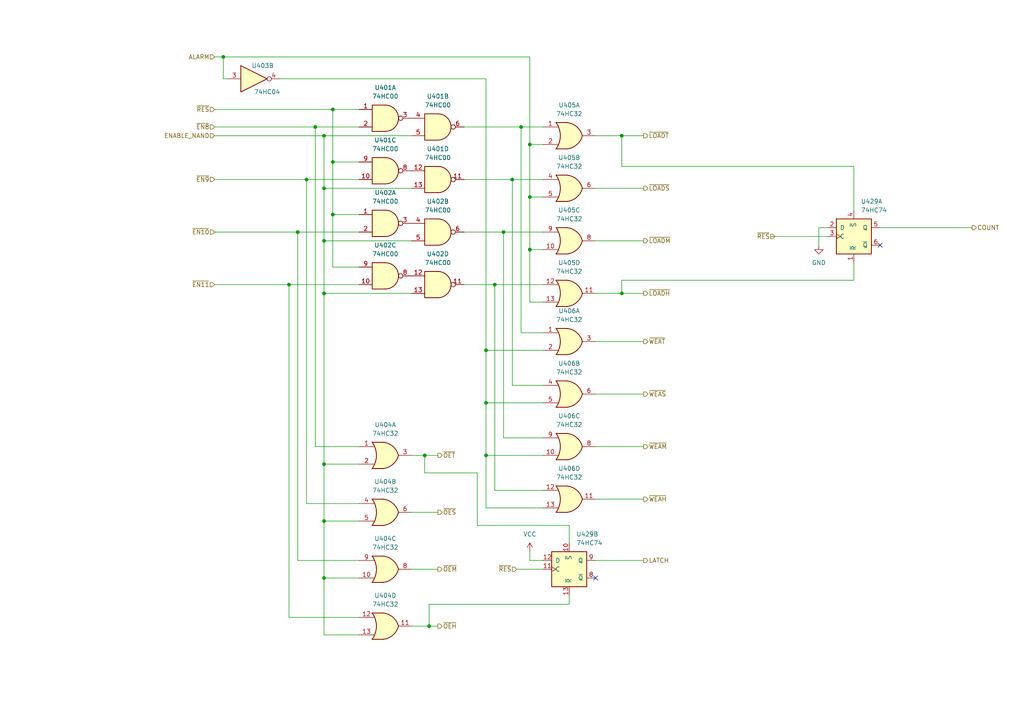
<source format=kicad_sch>
(kicad_sch (version 20211123) (generator eeschema)
  (paper "A4")
  (lib_symbols
    (symbol "74xx:74HC00" (pin_names (offset 1.016))
      (property "Reference" "U" (at 0 1.27 0))
      (property "Value" "74HC00" (at 0 -1.27 0))
      (symbol "74HC00_1_1"
        (arc (start 0 -3.81) (mid 3.81 0) (end 0 3.81) (stroke (width 0.254)) (fill (type background)))
        (polyline (pts (xy 0 3.81) (xy -3.81 3.81) (xy -3.81 -3.81) (xy 0 -3.81)) (stroke (width 0.254)) (fill (type background)))
        (pin input line (at -7.62 2.54 0) (length 3.81) (name "~") (number "1"))
        (pin input line (at -7.62 -2.54 0) (length 3.81) (name "~") (number "2"))
        (pin output inverted (at 7.62 0 180) (length 3.81) (name "~") (number "3"))
      )
      (symbol "74HC00_1_2"
        (arc (start -3.81 -3.81) (mid -2.589 0) (end -3.81 3.81) (stroke (width 0.254)))
        (arc (start -0.6096 -3.81) (mid 2.1842 -2.5851) (end 3.81 0) (stroke (width 0.254)) (fill (type background)))
        (polyline (pts (xy -3.81 -3.81) (xy -0.635 -3.81)) (stroke (width 0.254)) (fill (type background)))
        (polyline (pts (xy -3.81 3.81) (xy -0.635 3.81)) (stroke (width 0.254)) (fill (type background)))
        (polyline (pts (xy -0.635 3.81) (xy -3.81 3.81) (xy -3.81 3.81) (xy -3.556 3.4036) (xy -3.0226 2.2606) (xy -2.6924 1.0414) (xy -2.6162 -0.254) (xy -2.7686 -1.4986) (xy -3.175 -2.7178) (xy -3.81 -3.81) (xy -3.81 -3.81) (xy -0.635 -3.81)) (stroke (width -25.4)) (fill (type background)))
        (arc (start 3.81 0) (mid 2.1915 2.5936) (end -0.6096 3.81) (stroke (width 0.254)) (fill (type background)))
        (pin input inverted (at -7.62 2.54 0) (length 4.318) (name "~") (number "1"))
        (pin input inverted (at -7.62 -2.54 0) (length 4.318) (name "~") (number "2"))
        (pin output line (at 7.62 0 180) (length 3.81) (name "~") (number "3"))
      )
      (symbol "74HC00_2_1"
        (arc (start 0 -3.81) (mid 3.81 0) (end 0 3.81) (stroke (width 0.254)) (fill (type background)))
        (polyline (pts (xy 0 3.81) (xy -3.81 3.81) (xy -3.81 -3.81) (xy 0 -3.81)) (stroke (width 0.254)) (fill (type background)))
        (pin input line (at -7.62 2.54 0) (length 3.81) (name "~") (number "4"))
        (pin input line (at -7.62 -2.54 0) (length 3.81) (name "~") (number "5"))
        (pin output inverted (at 7.62 0 180) (length 3.81) (name "~") (number "6"))
      )
      (symbol "74HC00_2_2"
        (arc (start -3.81 -3.81) (mid -2.589 0) (end -3.81 3.81) (stroke (width 0.254)))
        (arc (start -0.6096 -3.81) (mid 2.1842 -2.5851) (end 3.81 0) (stroke (width 0.254)) (fill (type background)))
        (polyline (pts (xy -3.81 -3.81) (xy -0.635 -3.81)) (stroke (width 0.254)) (fill (type background)))
        (polyline (pts (xy -3.81 3.81) (xy -0.635 3.81)) (stroke (width 0.254)) (fill (type background)))
        (polyline (pts (xy -0.635 3.81) (xy -3.81 3.81) (xy -3.81 3.81) (xy -3.556 3.4036) (xy -3.0226 2.2606) (xy -2.6924 1.0414) (xy -2.6162 -0.254) (xy -2.7686 -1.4986) (xy -3.175 -2.7178) (xy -3.81 -3.81) (xy -3.81 -3.81) (xy -0.635 -3.81)) (stroke (width -25.4)) (fill (type background)))
        (arc (start 3.81 0) (mid 2.1915 2.5936) (end -0.6096 3.81) (stroke (width 0.254)) (fill (type background)))
        (pin input inverted (at -7.62 2.54 0) (length 4.318) (name "~") (number "4"))
        (pin input inverted (at -7.62 -2.54 0) (length 4.318) (name "~") (number "5"))
        (pin output line (at 7.62 0 180) (length 3.81) (name "~") (number "6"))
      )
      (symbol "74HC00_3_1"
        (arc (start 0 -3.81) (mid 3.81 0) (end 0 3.81) (stroke (width 0.254)) (fill (type background)))
        (polyline (pts (xy 0 3.81) (xy -3.81 3.81) (xy -3.81 -3.81) (xy 0 -3.81)) (stroke (width 0.254)) (fill (type background)))
        (pin input line (at -7.62 -2.54 0) (length 3.81) (name "~") (number "10"))
        (pin output inverted (at 7.62 0 180) (length 3.81) (name "~") (number "8"))
        (pin input line (at -7.62 2.54 0) (length 3.81) (name "~") (number "9"))
      )
      (symbol "74HC00_3_2"
        (arc (start -3.81 -3.81) (mid -2.589 0) (end -3.81 3.81) (stroke (width 0.254)))
        (arc (start -0.6096 -3.81) (mid 2.1842 -2.5851) (end 3.81 0) (stroke (width 0.254)) (fill (type background)))
        (polyline (pts (xy -3.81 -3.81) (xy -0.635 -3.81)) (stroke (width 0.254)) (fill (type background)))
        (polyline (pts (xy -3.81 3.81) (xy -0.635 3.81)) (stroke (width 0.254)) (fill (type background)))
        (polyline (pts (xy -0.635 3.81) (xy -3.81 3.81) (xy -3.81 3.81) (xy -3.556 3.4036) (xy -3.0226 2.2606) (xy -2.6924 1.0414) (xy -2.6162 -0.254) (xy -2.7686 -1.4986) (xy -3.175 -2.7178) (xy -3.81 -3.81) (xy -3.81 -3.81) (xy -0.635 -3.81)) (stroke (width -25.4)) (fill (type background)))
        (arc (start 3.81 0) (mid 2.1915 2.5936) (end -0.6096 3.81) (stroke (width 0.254)) (fill (type background)))
        (pin input inverted (at -7.62 -2.54 0) (length 4.318) (name "~") (number "10"))
        (pin output line (at 7.62 0 180) (length 3.81) (name "~") (number "8"))
        (pin input inverted (at -7.62 2.54 0) (length 4.318) (name "~") (number "9"))
      )
      (symbol "74HC00_4_1"
        (arc (start 0 -3.81) (mid 3.81 0) (end 0 3.81) (stroke (width 0.254)) (fill (type background)))
        (polyline (pts (xy 0 3.81) (xy -3.81 3.81) (xy -3.81 -3.81) (xy 0 -3.81)) (stroke (width 0.254)) (fill (type background)))
        (pin output inverted (at 7.62 0 180) (length 3.81) (name "~") (number "11"))
        (pin input line (at -7.62 2.54 0) (length 3.81) (name "~") (number "12"))
        (pin input line (at -7.62 -2.54 0) (length 3.81) (name "~") (number "13"))
      )
      (symbol "74HC00_4_2"
        (arc (start -3.81 -3.81) (mid -2.589 0) (end -3.81 3.81) (stroke (width 0.254)))
        (arc (start -0.6096 -3.81) (mid 2.1842 -2.5851) (end 3.81 0) (stroke (width 0.254)) (fill (type background)))
        (polyline (pts (xy -3.81 -3.81) (xy -0.635 -3.81)) (stroke (width 0.254)) (fill (type background)))
        (polyline (pts (xy -3.81 3.81) (xy -0.635 3.81)) (stroke (width 0.254)) (fill (type background)))
        (polyline (pts (xy -0.635 3.81) (xy -3.81 3.81) (xy -3.81 3.81) (xy -3.556 3.4036) (xy -3.0226 2.2606) (xy -2.6924 1.0414) (xy -2.6162 -0.254) (xy -2.7686 -1.4986) (xy -3.175 -2.7178) (xy -3.81 -3.81) (xy -3.81 -3.81) (xy -0.635 -3.81)) (stroke (width -25.4)) (fill (type background)))
        (arc (start 3.81 0) (mid 2.1915 2.5936) (end -0.6096 3.81) (stroke (width 0.254)) (fill (type background)))
        (pin output line (at 7.62 0 180) (length 3.81) (name "~") (number "11"))
        (pin input inverted (at -7.62 2.54 0) (length 4.318) (name "~") (number "12"))
        (pin input inverted (at -7.62 -2.54 0) (length 4.318) (name "~") (number "13"))
      )
      (symbol "74HC00_5_0"
        (pin power_in line (at 0 12.7 270) (length 5.08) (name "VCC") (number "14"))
        (pin power_in line (at 0 -12.7 90) (length 5.08) (name "GND") (number "7"))
      )
      (symbol "74HC00_5_1"
        (rectangle (start -5.08 7.62) (end 5.08 -7.62) (stroke (width 0.254)) (fill (type background)))
      )
    )
    (symbol "74xx:74HC04"
      (property "Reference" "U" (at 0 1.27 0))
      (property "Value" "74HC04" (at 0 -1.27 0))
      (symbol "74HC04_1_0"
        (polyline (pts (xy -3.81 3.81) (xy -3.81 -3.81) (xy 3.81 0) (xy -3.81 3.81)) (stroke (width 0.254)) (fill (type background)))
        (pin input line (at -7.62 0 0) (length 3.81) (name "~") (number "1"))
        (pin output inverted (at 7.62 0 180) (length 3.81) (name "~") (number "2"))
      )
      (symbol "74HC04_2_0"
        (polyline (pts (xy -3.81 3.81) (xy -3.81 -3.81) (xy 3.81 0) (xy -3.81 3.81)) (stroke (width 0.254)) (fill (type background)))
        (pin input line (at -7.62 0 0) (length 3.81) (name "~") (number "3"))
        (pin output inverted (at 7.62 0 180) (length 3.81) (name "~") (number "4"))
      )
      (symbol "74HC04_3_0"
        (polyline (pts (xy -3.81 3.81) (xy -3.81 -3.81) (xy 3.81 0) (xy -3.81 3.81)) (stroke (width 0.254)) (fill (type background)))
        (pin input line (at -7.62 0 0) (length 3.81) (name "~") (number "5"))
        (pin output inverted (at 7.62 0 180) (length 3.81) (name "~") (number "6"))
      )
      (symbol "74HC04_4_0"
        (polyline (pts (xy -3.81 3.81) (xy -3.81 -3.81) (xy 3.81 0) (xy -3.81 3.81)) (stroke (width 0.254)) (fill (type background)))
        (pin output inverted (at 7.62 0 180) (length 3.81) (name "~") (number "8"))
        (pin input line (at -7.62 0 0) (length 3.81) (name "~") (number "9"))
      )
      (symbol "74HC04_5_0"
        (polyline (pts (xy -3.81 3.81) (xy -3.81 -3.81) (xy 3.81 0) (xy -3.81 3.81)) (stroke (width 0.254)) (fill (type background)))
        (pin output inverted (at 7.62 0 180) (length 3.81) (name "~") (number "10"))
        (pin input line (at -7.62 0 0) (length 3.81) (name "~") (number "11"))
      )
      (symbol "74HC04_6_0"
        (polyline (pts (xy -3.81 3.81) (xy -3.81 -3.81) (xy 3.81 0) (xy -3.81 3.81)) (stroke (width 0.254)) (fill (type background)))
        (pin output inverted (at 7.62 0 180) (length 3.81) (name "~") (number "12"))
        (pin input line (at -7.62 0 0) (length 3.81) (name "~") (number "13"))
      )
      (symbol "74HC04_7_0"
        (pin power_in line (at 0 12.7 270) (length 5.08) (name "VCC") (number "14"))
        (pin power_in line (at 0 -12.7 90) (length 5.08) (name "GND") (number "7"))
      )
      (symbol "74HC04_7_1"
        (rectangle (start -5.08 7.62) (end 5.08 -7.62) (stroke (width 0.254)) (fill (type background)))
      )
    )
    (symbol "74xx:74HC74" (pin_names (offset 1.016))
      (property "Reference" "U" (at -7.62 8.89 0))
      (property "Value" "74HC74" (at -7.62 -8.89 0))
      (symbol "74HC74_1_0"
        (pin input line (at 0 -7.62 90) (length 2.54) (name "~{R}") (number "1"))
        (pin input line (at -7.62 2.54 0) (length 2.54) (name "D") (number "2"))
        (pin input clock (at -7.62 0 0) (length 2.54) (name "C") (number "3"))
        (pin input line (at 0 7.62 270) (length 2.54) (name "~{S}") (number "4"))
        (pin output line (at 7.62 2.54 180) (length 2.54) (name "Q") (number "5"))
        (pin output line (at 7.62 -2.54 180) (length 2.54) (name "~{Q}") (number "6"))
      )
      (symbol "74HC74_1_1"
        (rectangle (start -5.08 5.08) (end 5.08 -5.08) (stroke (width 0.254)) (fill (type background)))
      )
      (symbol "74HC74_2_0"
        (pin input line (at 0 7.62 270) (length 2.54) (name "~{S}") (number "10"))
        (pin input clock (at -7.62 0 0) (length 2.54) (name "C") (number "11"))
        (pin input line (at -7.62 2.54 0) (length 2.54) (name "D") (number "12"))
        (pin input line (at 0 -7.62 90) (length 2.54) (name "~{R}") (number "13"))
        (pin output line (at 7.62 -2.54 180) (length 2.54) (name "~{Q}") (number "8"))
        (pin output line (at 7.62 2.54 180) (length 2.54) (name "Q") (number "9"))
      )
      (symbol "74HC74_2_1"
        (rectangle (start -5.08 5.08) (end 5.08 -5.08) (stroke (width 0.254)) (fill (type background)))
      )
      (symbol "74HC74_3_0"
        (pin power_in line (at 0 10.16 270) (length 2.54) (name "VCC") (number "14"))
        (pin power_in line (at 0 -10.16 90) (length 2.54) (name "GND") (number "7"))
      )
      (symbol "74HC74_3_1"
        (rectangle (start -5.08 7.62) (end 5.08 -7.62) (stroke (width 0.254)) (fill (type background)))
      )
    )
    (symbol "74xx:74LS32" (pin_names (offset 1.016))
      (property "Reference" "U" (at 0 1.27 0))
      (property "Value" "74LS32" (at 0 -1.27 0))
      (symbol "74LS32_1_1"
        (arc (start -3.81 -3.81) (mid -2.589 0) (end -3.81 3.81) (stroke (width 0.254)))
        (arc (start -0.6096 -3.81) (mid 2.1842 -2.5851) (end 3.81 0) (stroke (width 0.254)) (fill (type background)))
        (polyline (pts (xy -3.81 -3.81) (xy -0.635 -3.81)) (stroke (width 0.254)) (fill (type background)))
        (polyline (pts (xy -3.81 3.81) (xy -0.635 3.81)) (stroke (width 0.254)) (fill (type background)))
        (polyline (pts (xy -0.635 3.81) (xy -3.81 3.81) (xy -3.81 3.81) (xy -3.556 3.4036) (xy -3.0226 2.2606) (xy -2.6924 1.0414) (xy -2.6162 -0.254) (xy -2.7686 -1.4986) (xy -3.175 -2.7178) (xy -3.81 -3.81) (xy -3.81 -3.81) (xy -0.635 -3.81)) (stroke (width -25.4)) (fill (type background)))
        (arc (start 3.81 0) (mid 2.1915 2.5936) (end -0.6096 3.81) (stroke (width 0.254)) (fill (type background)))
        (pin input line (at -7.62 2.54 0) (length 4.318) (name "~") (number "1"))
        (pin input line (at -7.62 -2.54 0) (length 4.318) (name "~") (number "2"))
        (pin output line (at 7.62 0 180) (length 3.81) (name "~") (number "3"))
      )
      (symbol "74LS32_1_2"
        (arc (start 0 -3.81) (mid 3.81 0) (end 0 3.81) (stroke (width 0.254)) (fill (type background)))
        (polyline (pts (xy 0 3.81) (xy -3.81 3.81) (xy -3.81 -3.81) (xy 0 -3.81)) (stroke (width 0.254)) (fill (type background)))
        (pin input inverted (at -7.62 2.54 0) (length 3.81) (name "~") (number "1"))
        (pin input inverted (at -7.62 -2.54 0) (length 3.81) (name "~") (number "2"))
        (pin output inverted (at 7.62 0 180) (length 3.81) (name "~") (number "3"))
      )
      (symbol "74LS32_2_1"
        (arc (start -3.81 -3.81) (mid -2.589 0) (end -3.81 3.81) (stroke (width 0.254)))
        (arc (start -0.6096 -3.81) (mid 2.1842 -2.5851) (end 3.81 0) (stroke (width 0.254)) (fill (type background)))
        (polyline (pts (xy -3.81 -3.81) (xy -0.635 -3.81)) (stroke (width 0.254)) (fill (type background)))
        (polyline (pts (xy -3.81 3.81) (xy -0.635 3.81)) (stroke (width 0.254)) (fill (type background)))
        (polyline (pts (xy -0.635 3.81) (xy -3.81 3.81) (xy -3.81 3.81) (xy -3.556 3.4036) (xy -3.0226 2.2606) (xy -2.6924 1.0414) (xy -2.6162 -0.254) (xy -2.7686 -1.4986) (xy -3.175 -2.7178) (xy -3.81 -3.81) (xy -3.81 -3.81) (xy -0.635 -3.81)) (stroke (width -25.4)) (fill (type background)))
        (arc (start 3.81 0) (mid 2.1915 2.5936) (end -0.6096 3.81) (stroke (width 0.254)) (fill (type background)))
        (pin input line (at -7.62 2.54 0) (length 4.318) (name "~") (number "4"))
        (pin input line (at -7.62 -2.54 0) (length 4.318) (name "~") (number "5"))
        (pin output line (at 7.62 0 180) (length 3.81) (name "~") (number "6"))
      )
      (symbol "74LS32_2_2"
        (arc (start 0 -3.81) (mid 3.81 0) (end 0 3.81) (stroke (width 0.254)) (fill (type background)))
        (polyline (pts (xy 0 3.81) (xy -3.81 3.81) (xy -3.81 -3.81) (xy 0 -3.81)) (stroke (width 0.254)) (fill (type background)))
        (pin input inverted (at -7.62 2.54 0) (length 3.81) (name "~") (number "4"))
        (pin input inverted (at -7.62 -2.54 0) (length 3.81) (name "~") (number "5"))
        (pin output inverted (at 7.62 0 180) (length 3.81) (name "~") (number "6"))
      )
      (symbol "74LS32_3_1"
        (arc (start -3.81 -3.81) (mid -2.589 0) (end -3.81 3.81) (stroke (width 0.254)))
        (arc (start -0.6096 -3.81) (mid 2.1842 -2.5851) (end 3.81 0) (stroke (width 0.254)) (fill (type background)))
        (polyline (pts (xy -3.81 -3.81) (xy -0.635 -3.81)) (stroke (width 0.254)) (fill (type background)))
        (polyline (pts (xy -3.81 3.81) (xy -0.635 3.81)) (stroke (width 0.254)) (fill (type background)))
        (polyline (pts (xy -0.635 3.81) (xy -3.81 3.81) (xy -3.81 3.81) (xy -3.556 3.4036) (xy -3.0226 2.2606) (xy -2.6924 1.0414) (xy -2.6162 -0.254) (xy -2.7686 -1.4986) (xy -3.175 -2.7178) (xy -3.81 -3.81) (xy -3.81 -3.81) (xy -0.635 -3.81)) (stroke (width -25.4)) (fill (type background)))
        (arc (start 3.81 0) (mid 2.1915 2.5936) (end -0.6096 3.81) (stroke (width 0.254)) (fill (type background)))
        (pin input line (at -7.62 -2.54 0) (length 4.318) (name "~") (number "10"))
        (pin output line (at 7.62 0 180) (length 3.81) (name "~") (number "8"))
        (pin input line (at -7.62 2.54 0) (length 4.318) (name "~") (number "9"))
      )
      (symbol "74LS32_3_2"
        (arc (start 0 -3.81) (mid 3.81 0) (end 0 3.81) (stroke (width 0.254)) (fill (type background)))
        (polyline (pts (xy 0 3.81) (xy -3.81 3.81) (xy -3.81 -3.81) (xy 0 -3.81)) (stroke (width 0.254)) (fill (type background)))
        (pin input inverted (at -7.62 -2.54 0) (length 3.81) (name "~") (number "10"))
        (pin output inverted (at 7.62 0 180) (length 3.81) (name "~") (number "8"))
        (pin input inverted (at -7.62 2.54 0) (length 3.81) (name "~") (number "9"))
      )
      (symbol "74LS32_4_1"
        (arc (start -3.81 -3.81) (mid -2.589 0) (end -3.81 3.81) (stroke (width 0.254)))
        (arc (start -0.6096 -3.81) (mid 2.1842 -2.5851) (end 3.81 0) (stroke (width 0.254)) (fill (type background)))
        (polyline (pts (xy -3.81 -3.81) (xy -0.635 -3.81)) (stroke (width 0.254)) (fill (type background)))
        (polyline (pts (xy -3.81 3.81) (xy -0.635 3.81)) (stroke (width 0.254)) (fill (type background)))
        (polyline (pts (xy -0.635 3.81) (xy -3.81 3.81) (xy -3.81 3.81) (xy -3.556 3.4036) (xy -3.0226 2.2606) (xy -2.6924 1.0414) (xy -2.6162 -0.254) (xy -2.7686 -1.4986) (xy -3.175 -2.7178) (xy -3.81 -3.81) (xy -3.81 -3.81) (xy -0.635 -3.81)) (stroke (width -25.4)) (fill (type background)))
        (arc (start 3.81 0) (mid 2.1915 2.5936) (end -0.6096 3.81) (stroke (width 0.254)) (fill (type background)))
        (pin output line (at 7.62 0 180) (length 3.81) (name "~") (number "11"))
        (pin input line (at -7.62 2.54 0) (length 4.318) (name "~") (number "12"))
        (pin input line (at -7.62 -2.54 0) (length 4.318) (name "~") (number "13"))
      )
      (symbol "74LS32_4_2"
        (arc (start 0 -3.81) (mid 3.81 0) (end 0 3.81) (stroke (width 0.254)) (fill (type background)))
        (polyline (pts (xy 0 3.81) (xy -3.81 3.81) (xy -3.81 -3.81) (xy 0 -3.81)) (stroke (width 0.254)) (fill (type background)))
        (pin output inverted (at 7.62 0 180) (length 3.81) (name "~") (number "11"))
        (pin input inverted (at -7.62 2.54 0) (length 3.81) (name "~") (number "12"))
        (pin input inverted (at -7.62 -2.54 0) (length 3.81) (name "~") (number "13"))
      )
      (symbol "74LS32_5_0"
        (pin power_in line (at 0 12.7 270) (length 5.08) (name "VCC") (number "14"))
        (pin power_in line (at 0 -12.7 90) (length 5.08) (name "GND") (number "7"))
      )
      (symbol "74LS32_5_1"
        (rectangle (start -5.08 7.62) (end 5.08 -7.62) (stroke (width 0.254)) (fill (type background)))
      )
    )
    (symbol "power:GND" (power) (pin_names (offset 0))
      (property "Value" "GND" (at 0 -3.81 0))
      (symbol "GND_0_1"
        (polyline (pts (xy 0 0) (xy 0 -1.27) (xy 1.27 -1.27) (xy 0 -2.54) (xy -1.27 -1.27) (xy 0 -1.27)))
      )
      (symbol "GND_1_1"
        (pin power_in line (at 0 0 270) (length 0) hide (name "GND") (number "1"))
      )
    )
    (symbol "power:VCC" (power) (pin_names (offset 0))
      (property "Value" "VCC" (at 0 3.81 0))
      (symbol "VCC_0_1"
        (polyline (pts (xy -0.762 1.27) (xy 0 2.54)))
        (polyline (pts (xy 0 0) (xy 0 2.54)))
        (polyline (pts (xy 0 2.54) (xy 0.762 1.27)))
      )
      (symbol "VCC_1_1"
        (pin power_in line (at 0 0 90) (length 0) hide (name "VCC") (number "1"))
      )
    )
  )
  (junction (at 96.52 31.75))
  (junction (at 93.98 151.13))
  (junction (at 153.67 72.39))
  (junction (at 93.98 54.61))
  (junction (at 83.82 82.55))
  (junction (at 140.97 132.08))
  (junction (at 153.67 57.15))
  (junction (at 123.19 132.08))
  (junction (at 93.98 85.09))
  (junction (at 124.46 181.61))
  (junction (at 180.34 39.37))
  (junction (at 64.77 16.51))
  (junction (at 93.98 167.64))
  (junction (at 148.59 52.07))
  (junction (at 143.51 82.55))
  (junction (at 91.44 36.83))
  (junction (at 140.97 116.84))
  (junction (at 93.98 69.85))
  (junction (at 180.34 85.09))
  (junction (at 93.98 39.37))
  (junction (at 146.05 67.31))
  (junction (at 153.67 41.91))
  (junction (at 86.36 67.31))
  (junction (at 140.97 101.6))
  (junction (at 151.13 36.83))
  (junction (at 88.9 52.07))
  (junction (at 93.98 134.62))
  (junction (at 96.52 62.23))
  (junction (at 96.52 46.99))
  (no_connect (at 255.27 71.12))
  (no_connect (at 172.72 167.64))
  (wire (pts (xy 96.52 77.47) (xy 104.14 77.47)))
  (wire (pts (xy 140.97 116.84) (xy 140.97 132.08)))
  (wire (pts (xy 157.48 96.52) (xy 151.13 96.52)))
  (wire (pts (xy 134.62 36.83) (xy 151.13 36.83)))
  (wire (pts (xy 91.44 129.54) (xy 91.44 36.83)))
  (wire (pts (xy 140.97 132.08) (xy 140.97 147.32)))
  (wire (pts (xy 93.98 167.64) (xy 104.14 167.64)))
  (wire (pts (xy 64.77 16.51) (xy 64.77 22.86)))
  (wire (pts (xy 223.52 68.58) (xy 240.03 68.58)))
  (wire (pts (xy 127 132.08) (xy 123.19 132.08)))
  (wire (pts (xy 96.52 62.23) (xy 96.52 77.47)))
  (wire (pts (xy 148.59 52.07) (xy 157.48 52.07)))
  (wire (pts (xy 180.34 81.28) (xy 247.65 81.28)))
  (wire (pts (xy 119.38 85.09) (xy 93.98 85.09)))
  (wire (pts (xy 138.43 137.16) (xy 138.43 152.4)))
  (wire (pts (xy 96.52 46.99) (xy 104.14 46.99)))
  (wire (pts (xy 124.46 175.26) (xy 165.1 175.26)))
  (wire (pts (xy 140.97 147.32) (xy 157.48 147.32)))
  (wire (pts (xy 104.14 179.07) (xy 83.82 179.07)))
  (wire (pts (xy 134.62 67.31) (xy 146.05 67.31)))
  (wire (pts (xy 119.38 54.61) (xy 93.98 54.61)))
  (wire (pts (xy 62.23 31.75) (xy 96.52 31.75)))
  (wire (pts (xy 134.62 82.55) (xy 143.51 82.55)))
  (wire (pts (xy 172.72 162.56) (xy 186.69 162.56)))
  (wire (pts (xy 186.69 85.09) (xy 180.34 85.09)))
  (wire (pts (xy 88.9 146.05) (xy 88.9 52.07)))
  (wire (pts (xy 186.69 129.54) (xy 172.72 129.54)))
  (wire (pts (xy 83.82 82.55) (xy 104.14 82.55)))
  (wire (pts (xy 62.23 52.07) (xy 88.9 52.07)))
  (wire (pts (xy 165.1 172.72) (xy 165.1 175.26)))
  (wire (pts (xy 93.98 184.15) (xy 104.14 184.15)))
  (wire (pts (xy 186.69 54.61) (xy 172.72 54.61)))
  (wire (pts (xy 123.19 137.16) (xy 138.43 137.16)))
  (wire (pts (xy 62.23 16.51) (xy 64.77 16.51)))
  (wire (pts (xy 93.98 167.64) (xy 93.98 184.15)))
  (wire (pts (xy 119.38 181.61) (xy 124.46 181.61)))
  (wire (pts (xy 88.9 52.07) (xy 104.14 52.07)))
  (wire (pts (xy 62.23 67.31) (xy 86.36 67.31)))
  (wire (pts (xy 247.65 48.26) (xy 247.65 60.96)))
  (wire (pts (xy 157.48 111.76) (xy 148.59 111.76)))
  (wire (pts (xy 157.48 142.24) (xy 143.51 142.24)))
  (wire (pts (xy 153.67 72.39) (xy 157.48 72.39)))
  (wire (pts (xy 127 165.1) (xy 119.38 165.1)))
  (wire (pts (xy 96.52 31.75) (xy 96.52 46.99)))
  (wire (pts (xy 153.67 41.91) (xy 153.67 57.15)))
  (wire (pts (xy 83.82 179.07) (xy 83.82 82.55)))
  (wire (pts (xy 148.59 111.76) (xy 148.59 52.07)))
  (wire (pts (xy 143.51 82.55) (xy 157.48 82.55)))
  (wire (pts (xy 86.36 67.31) (xy 104.14 67.31)))
  (wire (pts (xy 64.77 22.86) (xy 66.04 22.86)))
  (wire (pts (xy 140.97 101.6) (xy 157.48 101.6)))
  (wire (pts (xy 180.34 39.37) (xy 172.72 39.37)))
  (wire (pts (xy 93.98 39.37) (xy 119.38 39.37)))
  (wire (pts (xy 146.05 127) (xy 146.05 67.31)))
  (wire (pts (xy 91.44 36.83) (xy 104.14 36.83)))
  (wire (pts (xy 180.34 39.37) (xy 180.34 48.26)))
  (wire (pts (xy 153.67 41.91) (xy 157.48 41.91)))
  (wire (pts (xy 143.51 142.24) (xy 143.51 82.55)))
  (wire (pts (xy 96.52 31.75) (xy 104.14 31.75)))
  (wire (pts (xy 104.14 162.56) (xy 86.36 162.56)))
  (wire (pts (xy 247.65 81.28) (xy 247.65 76.2)))
  (wire (pts (xy 134.62 52.07) (xy 148.59 52.07)))
  (wire (pts (xy 186.69 99.06) (xy 172.72 99.06)))
  (wire (pts (xy 81.28 22.86) (xy 140.97 22.86)))
  (wire (pts (xy 186.69 114.3) (xy 172.72 114.3)))
  (wire (pts (xy 237.49 66.04) (xy 237.49 71.12)))
  (wire (pts (xy 62.23 36.83) (xy 91.44 36.83)))
  (wire (pts (xy 153.67 72.39) (xy 153.67 87.63)))
  (wire (pts (xy 124.46 181.61) (xy 127 181.61)))
  (wire (pts (xy 93.98 134.62) (xy 93.98 151.13)))
  (wire (pts (xy 151.13 36.83) (xy 157.48 36.83)))
  (wire (pts (xy 119.38 69.85) (xy 93.98 69.85)))
  (wire (pts (xy 186.69 39.37) (xy 180.34 39.37)))
  (wire (pts (xy 165.1 152.4) (xy 165.1 157.48)))
  (wire (pts (xy 93.98 151.13) (xy 104.14 151.13)))
  (wire (pts (xy 255.27 66.04) (xy 281.94 66.04)))
  (wire (pts (xy 153.67 160.02) (xy 153.67 162.56)))
  (wire (pts (xy 93.98 54.61) (xy 93.98 39.37)))
  (wire (pts (xy 153.67 162.56) (xy 157.48 162.56)))
  (wire (pts (xy 86.36 162.56) (xy 86.36 67.31)))
  (wire (pts (xy 93.98 151.13) (xy 93.98 167.64)))
  (wire (pts (xy 140.97 116.84) (xy 157.48 116.84)))
  (wire (pts (xy 124.46 175.26) (xy 124.46 181.61)))
  (wire (pts (xy 180.34 48.26) (xy 247.65 48.26)))
  (wire (pts (xy 186.69 144.78) (xy 172.72 144.78)))
  (wire (pts (xy 153.67 57.15) (xy 153.67 72.39)))
  (wire (pts (xy 138.43 152.4) (xy 165.1 152.4)))
  (wire (pts (xy 104.14 129.54) (xy 91.44 129.54)))
  (wire (pts (xy 104.14 146.05) (xy 88.9 146.05)))
  (wire (pts (xy 180.34 85.09) (xy 172.72 85.09)))
  (wire (pts (xy 62.23 39.37) (xy 93.98 39.37)))
  (wire (pts (xy 93.98 85.09) (xy 93.98 134.62)))
  (wire (pts (xy 93.98 134.62) (xy 104.14 134.62)))
  (wire (pts (xy 93.98 85.09) (xy 93.98 69.85)))
  (wire (pts (xy 149.86 165.1) (xy 157.48 165.1)))
  (wire (pts (xy 153.67 57.15) (xy 157.48 57.15)))
  (wire (pts (xy 157.48 127) (xy 146.05 127)))
  (wire (pts (xy 127 148.59) (xy 119.38 148.59)))
  (wire (pts (xy 96.52 62.23) (xy 104.14 62.23)))
  (wire (pts (xy 62.23 82.55) (xy 83.82 82.55)))
  (wire (pts (xy 140.97 132.08) (xy 157.48 132.08)))
  (wire (pts (xy 123.19 132.08) (xy 123.19 137.16)))
  (wire (pts (xy 93.98 54.61) (xy 93.98 69.85)))
  (wire (pts (xy 153.67 16.51) (xy 153.67 41.91)))
  (wire (pts (xy 96.52 46.99) (xy 96.52 62.23)))
  (wire (pts (xy 186.69 69.85) (xy 172.72 69.85)))
  (wire (pts (xy 146.05 67.31) (xy 157.48 67.31)))
  (wire (pts (xy 140.97 101.6) (xy 140.97 116.84)))
  (wire (pts (xy 140.97 22.86) (xy 140.97 101.6)))
  (wire (pts (xy 151.13 96.52) (xy 151.13 36.83)))
  (wire (pts (xy 123.19 132.08) (xy 119.38 132.08)))
  (wire (pts (xy 240.03 66.04) (xy 237.49 66.04)))
  (wire (pts (xy 180.34 85.09) (xy 180.34 81.28)))
  (wire (pts (xy 153.67 87.63) (xy 157.48 87.63)))
  (wire (pts (xy 64.77 16.51) (xy 153.67 16.51)))
  (hierarchical_label "~{WEAT}" (shape output) (at 186.69 99.06 0))
  (hierarchical_label "ALARM" (shape input) (at 62.23 16.51 180))
  (hierarchical_label "ENABLE_NAND" (shape input) (at 62.23 39.37 180))
  (hierarchical_label "~{RES}" (shape input) (at 62.23 31.75 180))
  (hierarchical_label "~{LOADS}" (shape output) (at 186.69 54.61 0))
  (hierarchical_label "~{WEAM}" (shape output) (at 186.69 129.54 0))
  (hierarchical_label "~{WEAS}" (shape output) (at 186.69 114.3 0))
  (hierarchical_label "~{OET}" (shape output) (at 127 132.08 0))
  (hierarchical_label "~{OES}" (shape output) (at 127 148.59 0))
  (hierarchical_label "~{LOADM}" (shape output) (at 186.69 69.85 0))
  (hierarchical_label "~{LOADT}" (shape output) (at 186.69 39.37 0))
  (hierarchical_label "~{OEM}" (shape output) (at 127 165.1 0))
  (hierarchical_label "LATCH" (shape output) (at 186.69 162.56 0))
  (hierarchical_label "~{EN11}" (shape input) (at 62.23 82.55 180))
  (hierarchical_label "~{RES}" (shape input) (at 224.79 68.58 180))
  (hierarchical_label "~{RES}" (shape input) (at 149.86 165.1 180))
  (hierarchical_label "~{WEAH}" (shape output) (at 186.69 144.78 0))
  (hierarchical_label "~{LOADH}" (shape output) (at 186.69 85.09 0))
  (hierarchical_label "~{EN10}" (shape input) (at 62.23 67.31 180))
  (hierarchical_label "~{EN9}" (shape input) (at 62.23 52.07 180))
  (hierarchical_label "~{EN8}" (shape input) (at 62.23 36.83 180))
  (hierarchical_label "COUNT" (shape output) (at 281.94 66.04 0))
  (hierarchical_label "~{OEH}" (shape output) (at 127 181.61 0))
  (symbol (lib_id "74xx:74HC00") (at 111.76 49.53 0) (unit 3)
    (property "Reference" "U401" (at 111.76 40.64 0))
    (property "Value" "74HC00" (at 111.76 43.18 0))
    (property "Footprint" "Package_SO:SOIC-14_3.9x8.7mm_P1.27mm" (effects hide))
    (property "Datasheet" "http://www.ti.com/lit/gpn/sn74hc00" (effects hide))
  )
  (symbol (lib_id "74xx:74HC00") (at 111.76 64.77 0) (unit 1)
    (property "Reference" "U402" (at 111.76 55.88 0))
    (property "Value" "74HC00" (at 111.76 58.42 0))
    (property "Footprint" "Package_SO:SOIC-14_3.9x8.7mm_P1.27mm" (effects hide))
    (property "Datasheet" "http://www.ti.com/lit/gpn/sn74hc00" (effects hide))
  )
  (symbol (lib_id "74xx:74HC00") (at 111.76 80.01 0) (unit 3)
    (property "Reference" "U402" (at 111.76 71.12 0))
    (property "Value" "74HC00" (at 111.76 73.66 0))
    (property "Footprint" "Package_SO:SOIC-14_3.9x8.7mm_P1.27mm" (effects hide))
    (property "Datasheet" "http://www.ti.com/lit/gpn/sn74hc00" (effects hide))
  )
  (symbol (lib_id "74xx:74LS32") (at 165.1 99.06 0) (unit 1)
    (property "Reference" "U406" (at 165.1 90.17 0))
    (property "Value" "74HC32" (at 165.1 92.71 0))
    (property "Footprint" "Package_SO:SOIC-14_3.9x8.7mm_P1.27mm" (effects hide))
    (property "Datasheet" "http://www.ti.com/lit/gpn/sn74LS32" (effects hide))
  )
  (symbol (lib_id "74xx:74HC00") (at 127 82.55 0) (unit 4)
    (property "Reference" "U402" (at 127 73.66 0))
    (property "Value" "74HC00" (at 127 76.2 0))
    (property "Footprint" "Package_SO:SOIC-14_3.9x8.7mm_P1.27mm" (effects hide))
    (property "Datasheet" "http://www.ti.com/lit/gpn/sn74hc00" (effects hide))
  )
  (symbol (lib_id "74xx:74LS32") (at 165.1 39.37 0) (unit 1)
    (property "Reference" "U405" (at 165.1 30.48 0))
    (property "Value" "74HC32" (at 165.1 33.02 0))
    (property "Footprint" "Package_SO:SOIC-14_3.9x8.7mm_P1.27mm" (effects hide))
    (property "Datasheet" "http://www.ti.com/lit/gpn/sn74LS32" (effects hide))
  )
  (symbol (lib_id "74xx:74HC04") (at 73.66 22.86 0) (unit 2)
    (property "Reference" "U403" (at 76.2 19.05 0))
    (property "Value" "74HC04" (at 77.47 26.67 0))
    (property "Footprint" "Package_SO:SOIC-14_3.9x8.7mm_P1.27mm" (effects hide))
    (property "Datasheet" "https://assets.nexperia.com/documents/data-sheet/74HC_HCT04.pdf" (effects hide))
  )
  (symbol (lib_id "74xx:74LS32") (at 165.1 69.85 0) (unit 3)
    (property "Reference" "U405" (at 165.1 60.96 0))
    (property "Value" "74HC32" (at 165.1 63.5 0))
    (property "Footprint" "Package_SO:SOIC-14_3.9x8.7mm_P1.27mm" (effects hide))
    (property "Datasheet" "http://www.ti.com/lit/gpn/sn74LS32" (effects hide))
  )
  (symbol (lib_id "74xx:74HC00") (at 111.76 34.29 0) (unit 1)
    (property "Reference" "U401" (at 111.76 25.4 0))
    (property "Value" "74HC00" (at 111.76 27.94 0))
    (property "Footprint" "Package_SO:SOIC-14_3.9x8.7mm_P1.27mm" (effects hide))
    (property "Datasheet" "http://www.ti.com/lit/gpn/sn74hc00" (effects hide))
  )
  (symbol (lib_id "power:VCC") (at 153.67 160.02 0) (unit 1)
    (property "Reference" "#PWR0454" (effects hide))
    (property "Value" "VCC" (at 153.67 154.94 0))
  )
  (symbol (lib_id "74xx:74HC00") (at 127 67.31 0) (unit 2)
    (property "Reference" "U402" (at 127 58.42 0))
    (property "Value" "74HC00" (at 127 60.96 0))
    (property "Footprint" "Package_SO:SOIC-14_3.9x8.7mm_P1.27mm" (effects hide))
    (property "Datasheet" "http://www.ti.com/lit/gpn/sn74hc00" (effects hide))
  )
  (symbol (lib_id "74xx:74LS32") (at 165.1 129.54 0) (unit 3)
    (property "Reference" "U406" (at 165.1 120.65 0))
    (property "Value" "74HC32" (at 165.1 123.19 0))
    (property "Footprint" "Package_SO:SOIC-14_3.9x8.7mm_P1.27mm" (effects hide))
    (property "Datasheet" "http://www.ti.com/lit/gpn/sn74LS32" (effects hide))
  )
  (symbol (lib_id "74xx:74LS32") (at 165.1 114.3 0) (unit 2)
    (property "Reference" "U406" (at 165.1 105.41 0))
    (property "Value" "74HC32" (at 165.1 107.95 0))
    (property "Footprint" "Package_SO:SOIC-14_3.9x8.7mm_P1.27mm" (effects hide))
    (property "Datasheet" "http://www.ti.com/lit/gpn/sn74LS32" (effects hide))
  )
  (symbol (lib_id "74xx:74LS32") (at 165.1 144.78 0) (unit 4)
    (property "Reference" "U406" (at 165.1 135.89 0))
    (property "Value" "74HC32" (at 165.1 138.43 0))
    (property "Footprint" "Package_SO:SOIC-14_3.9x8.7mm_P1.27mm" (effects hide))
    (property "Datasheet" "http://www.ti.com/lit/gpn/sn74LS32" (effects hide))
  )
  (symbol (lib_id "74xx:74HC74") (at 247.65 68.58 0) (unit 1)
    (property "Reference" "U429" (at 249.6694 58.42 0) (effects (justify left)))
    (property "Value" "74HC74" (at 249.6694 60.96 0) (effects (justify left)))
    (property "Footprint" "Package_SO:SOIC-14_3.9x8.7mm_P1.27mm" (effects hide))
    (property "Datasheet" "74xx/74hc_hct74.pdf" (effects hide))
  )
  (symbol (lib_id "74xx:74LS32") (at 111.76 132.08 0) (unit 1)
    (property "Reference" "U404" (at 111.76 123.19 0))
    (property "Value" "74HC32" (at 111.76 125.73 0))
    (property "Footprint" "Package_SO:SOIC-14_3.9x8.7mm_P1.27mm" (effects hide))
    (property "Datasheet" "http://www.ti.com/lit/gpn/sn74LS32" (effects hide))
  )
  (symbol (lib_id "power:GND") (at 237.49 71.12 0) (unit 1)
    (property "Reference" "#PWR0455" (effects hide))
    (property "Value" "GND" (at 237.49 76.2 0))
  )
  (symbol (lib_id "74xx:74LS32") (at 165.1 85.09 0) (unit 4)
    (property "Reference" "U405" (at 165.1 76.2 0))
    (property "Value" "74HC32" (at 165.1 78.74 0))
    (property "Footprint" "Package_SO:SOIC-14_3.9x8.7mm_P1.27mm" (effects hide))
    (property "Datasheet" "http://www.ti.com/lit/gpn/sn74LS32" (effects hide))
  )
  (symbol (lib_id "74xx:74LS32") (at 165.1 54.61 0) (unit 2)
    (property "Reference" "U405" (at 165.1 45.72 0))
    (property "Value" "74HC32" (at 165.1 48.26 0))
    (property "Footprint" "Package_SO:SOIC-14_3.9x8.7mm_P1.27mm" (effects hide))
    (property "Datasheet" "http://www.ti.com/lit/gpn/sn74LS32" (effects hide))
  )
  (symbol (lib_id "74xx:74LS32") (at 111.76 148.59 0) (unit 2)
    (property "Reference" "U404" (at 111.76 139.7 0))
    (property "Value" "74HC32" (at 111.76 142.24 0))
    (property "Footprint" "Package_SO:SOIC-14_3.9x8.7mm_P1.27mm" (effects hide))
    (property "Datasheet" "http://www.ti.com/lit/gpn/sn74LS32" (effects hide))
  )
  (symbol (lib_id "74xx:74LS32") (at 111.76 181.61 0) (unit 4)
    (property "Reference" "U404" (at 111.76 172.72 0))
    (property "Value" "74HC32" (at 111.76 175.26 0))
    (property "Footprint" "Package_SO:SOIC-14_3.9x8.7mm_P1.27mm" (effects hide))
    (property "Datasheet" "http://www.ti.com/lit/gpn/sn74LS32" (effects hide))
  )
  (symbol (lib_id "74xx:74HC74") (at 165.1 165.1 0) (unit 2)
    (property "Reference" "U429" (at 167.1194 154.94 0) (effects (justify left)))
    (property "Value" "74HC74" (at 167.1194 157.48 0) (effects (justify left)))
    (property "Footprint" "Package_SO:SOIC-14_3.9x8.7mm_P1.27mm" (effects hide))
    (property "Datasheet" "74xx/74hc_hct74.pdf" (effects hide))
  )
  (symbol (lib_id "74xx:74HC00") (at 127 36.83 0) (unit 2)
    (property "Reference" "U401" (at 127 27.94 0))
    (property "Value" "74HC00" (at 127 30.48 0))
    (property "Footprint" "Package_SO:SOIC-14_3.9x8.7mm_P1.27mm" (effects hide))
    (property "Datasheet" "http://www.ti.com/lit/gpn/sn74hc00" (effects hide))
  )
  (symbol (lib_id "74xx:74HC00") (at 127 52.07 0) (unit 4)
    (property "Reference" "U401" (at 127 43.18 0))
    (property "Value" "74HC00" (at 127 45.72 0))
    (property "Footprint" "Package_SO:SOIC-14_3.9x8.7mm_P1.27mm" (effects hide))
    (property "Datasheet" "http://www.ti.com/lit/gpn/sn74hc00" (effects hide))
  )
  (symbol (lib_id "74xx:74LS32") (at 111.76 165.1 0) (unit 3)
    (property "Reference" "U404" (at 111.76 156.21 0))
    (property "Value" "74HC32" (at 111.76 158.75 0))
    (property "Footprint" "Package_SO:SOIC-14_3.9x8.7mm_P1.27mm" (effects hide))
    (property "Datasheet" "http://www.ti.com/lit/gpn/sn74LS32" (effects hide))
  )
)
</source>
